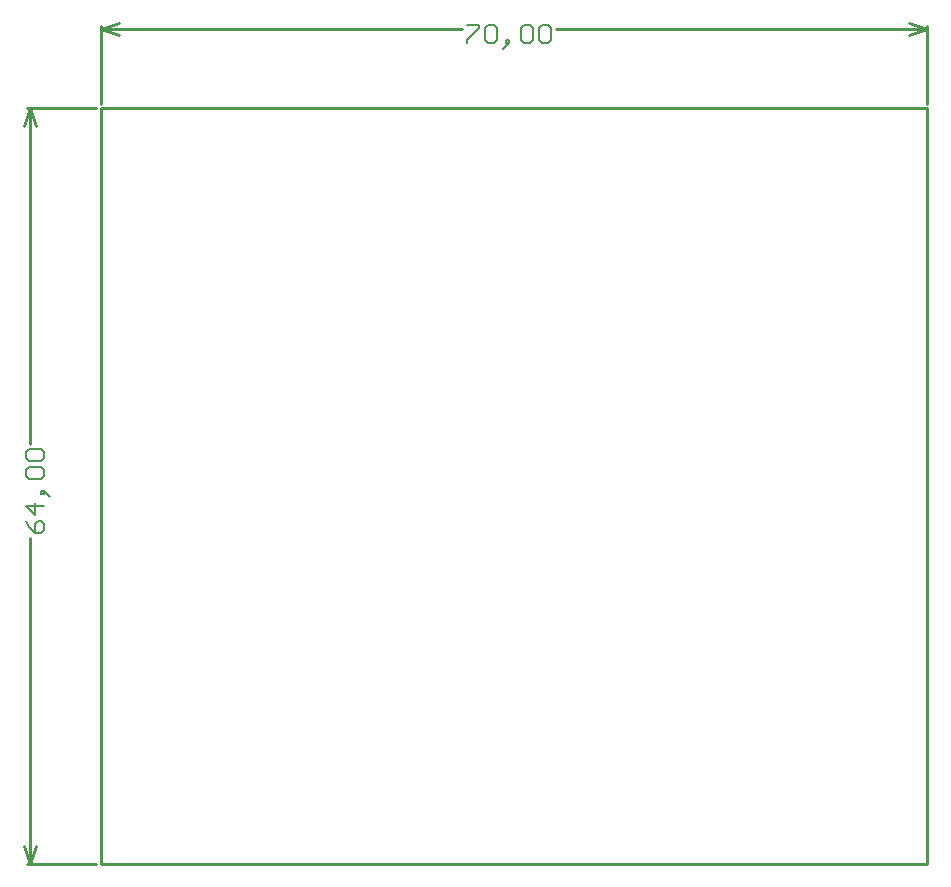
<source format=gm1>
G04 Layer_Color=16711935*
%FSLAX25Y25*%
%MOIN*%
G70*
G01*
G75*
%ADD36C,0.01000*%
%ADD37C,0.00600*%
D36*
X275590Y253468D02*
Y279500D01*
X0Y253468D02*
Y279500D01*
X151791Y278500D02*
X275590D01*
X0D02*
X120600D01*
X269590Y280500D02*
X275590Y278500D01*
X269590Y276500D02*
X275590Y278500D01*
X0D02*
X6000Y276500D01*
X0Y278500D02*
X6000Y280500D01*
X-24500Y0D02*
X-1500D01*
X-24500Y251969D02*
X-1500D01*
X-23500Y0D02*
Y108789D01*
Y139980D02*
Y251969D01*
Y0D02*
X-21500Y6000D01*
X-25500D02*
X-23500Y0D01*
X-25500Y245969D02*
X-23500Y251969D01*
X-21500Y245969D01*
X275590Y0D02*
Y251969D01*
X0D02*
X275590D01*
X0Y0D02*
Y251969D01*
Y0D02*
X275590D01*
D37*
X122200Y279899D02*
X126198D01*
Y278900D01*
X122200Y274901D01*
Y273901D01*
X128198Y278900D02*
X129198Y279899D01*
X131197D01*
X132197Y278900D01*
Y274901D01*
X131197Y273901D01*
X129198D01*
X128198Y274901D01*
Y278900D01*
X135196Y272902D02*
X136195Y273901D01*
Y274901D01*
X135196D01*
Y273901D01*
X136195D01*
X135196Y272902D01*
X134196Y271902D01*
X140194Y278900D02*
X141194Y279899D01*
X143193D01*
X144193Y278900D01*
Y274901D01*
X143193Y273901D01*
X141194D01*
X140194Y274901D01*
Y278900D01*
X146192D02*
X147192Y279899D01*
X149191D01*
X150191Y278900D01*
Y274901D01*
X149191Y273901D01*
X147192D01*
X146192Y274901D01*
Y278900D01*
X-24899Y114388D02*
X-23900Y112388D01*
X-21900Y110389D01*
X-19901D01*
X-18901Y111388D01*
Y113388D01*
X-19901Y114388D01*
X-20901D01*
X-21900Y113388D01*
Y110389D01*
X-18901Y119386D02*
X-24899D01*
X-21900Y116387D01*
Y120386D01*
X-17902Y123385D02*
X-18901Y124384D01*
X-19901D01*
Y123385D01*
X-18901D01*
Y124384D01*
X-17902Y123385D01*
X-16902Y122385D01*
X-23900Y128383D02*
X-24899Y129383D01*
Y131382D01*
X-23900Y132382D01*
X-19901D01*
X-18901Y131382D01*
Y129383D01*
X-19901Y128383D01*
X-23900D01*
Y134381D02*
X-24899Y135381D01*
Y137380D01*
X-23900Y138380D01*
X-19901D01*
X-18901Y137380D01*
Y135381D01*
X-19901Y134381D01*
X-23900D01*
M02*

</source>
